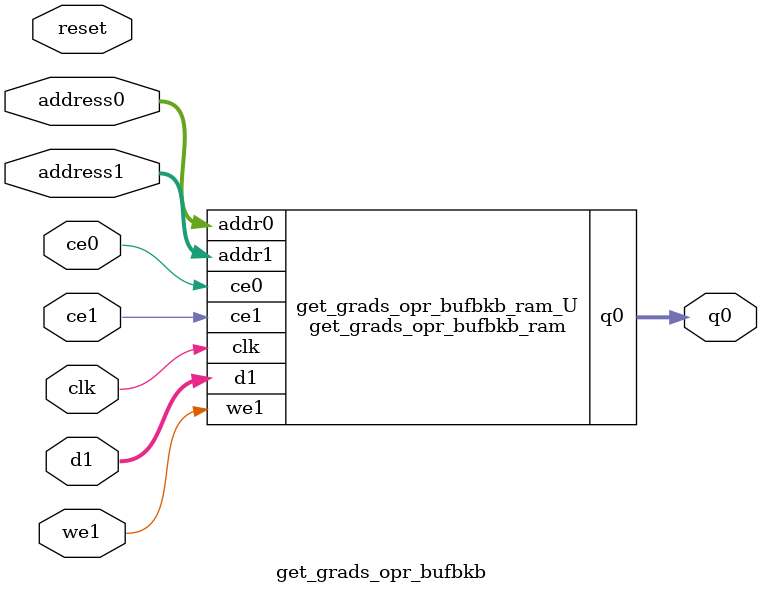
<source format=v>

`timescale 1 ns / 1 ps
module get_grads_opr_bufbkb_ram (addr0, ce0, q0, addr1, ce1, d1, we1,  clk);

parameter DWIDTH = 8;
parameter AWIDTH = 10;
parameter MEM_SIZE = 640;

input[AWIDTH-1:0] addr0;
input ce0;
output reg[DWIDTH-1:0] q0;
input[AWIDTH-1:0] addr1;
input ce1;
input[DWIDTH-1:0] d1;
input we1;
input clk;

(* ram_style = "block" *)reg [DWIDTH-1:0] ram[0:MEM_SIZE-1];




always @(posedge clk)  
begin 
    if (ce0) 
    begin
            q0 <= ram[addr0];
    end
end


always @(posedge clk)  
begin 
    if (ce1) 
    begin
        if (we1) 
        begin 
            ram[addr1] <= d1; 
        end 
    end
end


endmodule


`timescale 1 ns / 1 ps
module get_grads_opr_bufbkb(
    reset,
    clk,
    address0,
    ce0,
    q0,
    address1,
    ce1,
    we1,
    d1);

parameter DataWidth = 32'd8;
parameter AddressRange = 32'd640;
parameter AddressWidth = 32'd10;
input reset;
input clk;
input[AddressWidth - 1:0] address0;
input ce0;
output[DataWidth - 1:0] q0;
input[AddressWidth - 1:0] address1;
input ce1;
input we1;
input[DataWidth - 1:0] d1;



get_grads_opr_bufbkb_ram get_grads_opr_bufbkb_ram_U(
    .clk( clk ),
    .addr0( address0 ),
    .ce0( ce0 ),
    .q0( q0 ),
    .addr1( address1 ),
    .ce1( ce1 ),
    .d1( d1 ),
    .we1( we1 ));

endmodule


</source>
